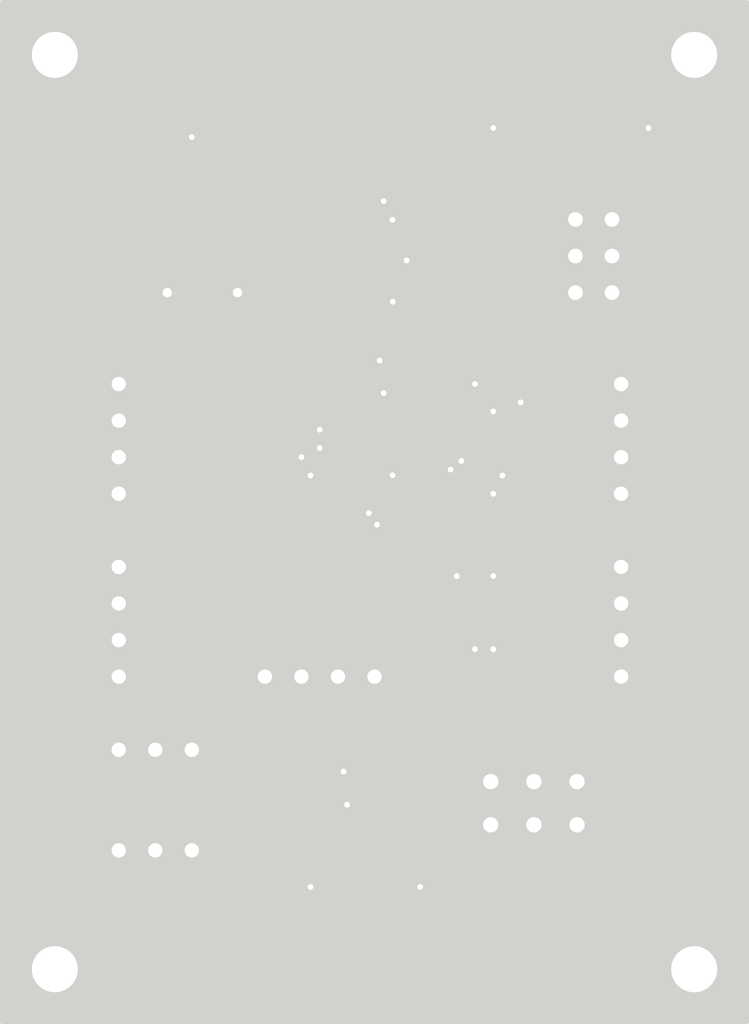
<source format=kicad_pcb>
(kicad_pcb (version 20171130) (host pcbnew "(5.1.5)-3")
  (layers (0 F.Cu signal hide) (1 VCC power hide) (2 GND power hide) (31 B.Cu signal) (34 B.Paste user) (35 F.Paste user) (36 B.SilkS user) (37 F.SilkS user) (38 B.Mask user) (39 F.Mask user) (44 Edge.Cuts user))
  (net 0 "")
  (net 1 GND)
  (net 2 RESET)
  (net 3 VCC)
  (net 4 PC15)
  (net 5 PC14)
  (net 6 OSCIN)
  (net 7 OSCOUT)
  (net 8 5V)
  (net 9 CANH)
  (net 10 CANL)
  (net 11 CAN_RX)
  (net 12 CAN_TX)
  (net 13 PB8)
  (net 14 BOOT0)
  (net 15 PB7)
  (net 16 PB6)
  (net 17 PB5)
  (net 18 PB4)
  (net 19 PB3)
  (net 20 PD2)
  (net 21 PC12)
  (net 22 PC11)
  (net 23 PC10)
  (net 24 PA15)
  (net 25 PA14)
  (net 26 PA13)
  (net 27 PA10)
  (net 28 PA9)
  (net 29 PA8)
  (net 30 PC9)
  (net 31 PC8)
  (net 32 PC7)
  (net 33 PC6)
  (net 34 PB15)
  (net 35 PB14)
  (net 36 PB13)
  (net 37 PB12)
  (net 38 PB11)
  (net 39 PB10)
  (net 40 BOOT1)
  (net 41 PB1)
  (net 42 PB0)
  (net 43 PC5)
  (net 44 PC4)
  (net 45 PA7)
  (net 46 PA6)
  (net 47 PA5)
  (net 48 PA4)
  (net 49 PA3)
  (net 50 PA2)
  (net 51 PA1)
  (net 52 PA0)
  (net 53 PC3)
  (net 54 PC2)
  (net 55 PC1)
  (net 56 PC0)
  (net 57 PC13)
  (net 58 "Net-(J1-Pad4)")
  (net 59 "Net-(J1-Pad3)")
  (net 60 ESTOP_SIGNAL)
  (net 61 12v)
  (net 62 "Net-(Y1-Pad3)")
  (net 63 "Net-(Y1-Pad2)")
  (net 64 "Net-(IC1-Pad8)")
  (net 65 "Net-(IC1-Pad5)")
  (net 66 "Net-(LED1-Pad1)")
  (net 67 "Net-(LED2-Pad1)")
  (module MountingHole:MountingHole_3.2mm_M3 (layer F.Cu) (at 116.205 123.825)
    (fp_text reference REF** hide)
    (fp_text value MountingHole_3.2mm_M3)
    (pad 1 np_thru_hole circle (at 0 0) (size 3.2 3.2) (drill 3.2) (layers *.Cu *.Mask))
  )
  (module MountingHole:MountingHole_3.2mm_M3 (layer F.Cu) (at 71.755 123.825)
    (fp_text reference REF** hide)
    (fp_text value MountingHole_3.2mm_M3)
    (pad 1 np_thru_hole circle (at 0 0) (size 3.2 3.2) (drill 3.2) (layers *.Cu *.Mask))
  )
  (module MountingHole:MountingHole_3.2mm_M3 (layer F.Cu) (at 71.755 60.325)
    (fp_text reference REF** hide)
    (fp_text value MountingHole_3.2mm_M3)
    (pad 1 np_thru_hole circle (at 0 0) (size 3.2 3.2) (drill 3.2) (layers *.Cu *.Mask))
  )
  (module MountingHole:MountingHole_3.2mm_M3 (layer F.Cu) (at 116.205 60.325)
    (fp_text reference REF** hide)
    (fp_text value MountingHole_3.2mm_M3)
    (pad 1 np_thru_hole circle (at 0 0) (size 3.2 3.2) (drill 3.2) (layers *.Cu *.Mask))
  )
  (module STM32:LFXTAL057135Bulk (layer F.Cu) (at 84.455 76.835 180)
    (fp_text reference Y2 (at 1.883 0) (layer F.SilkS) (effects (font (size 1.27 1.27) (thickness 0.254))))
    (fp_text value 8Mhz hide)
    (pad 2 thru_hole circle (at 4.88 0 180) (size 1.192 1.192) (drill 0.65) (layers *.Cu *.Mask) (net 7 OSCOUT))
    (pad 1 thru_hole circle (at 0 0 180) (size 1.192 1.192) (drill 0.65) (layers *.Cu *.Mask) (net 6 OSCIN))
  )
  (module STM32:ABS2532000KHZT (layer F.Cu) (at 95.885 74.625)
    (fp_text reference Y1 (at 0 0.125) (layer F.SilkS) (effects (font (size 1.27 1.27) (thickness 0.254))))
    (fp_text value 32.768KHZ hide)
    (pad 4 smd rect (at -2.75 -1.6) (size 1.3 1.9) (layers F.Cu F.Paste F.Mask) (net 4 PC15))
    (pad 3 smd rect (at 2.75 -1.6) (size 1.3 1.9) (layers F.Cu F.Paste F.Mask) (net 62 "Net-(Y1-Pad3)"))
    (pad 2 smd rect (at 2.75 1.6) (size 1.3 1.9) (layers F.Cu F.Paste F.Mask) (net 63 "Net-(Y1-Pad2)"))
    (pad 1 smd rect (at -2.75 1.6) (size 1.3 1.9) (layers F.Cu F.Paste F.Mask) (net 5 PC14))
  )
  (module STM32:LL3301NF065QG (layer F.Cu) (at 81.385 68.29 180)
    (fp_text reference Reset1 (at -0.3 0) (layer F.SilkS) (effects (font (size 1.27 1.27) (thickness 0.254))))
    (fp_text value Reset hide)
    (pad 4 smd rect (at 4.55 2.25 270) (size 1.4 2.1) (layers F.Cu F.Paste F.Mask) (net 1 GND))
    (pad 3 smd rect (at -4.55 2.25 270) (size 1.4 2.1) (layers F.Cu F.Paste F.Mask) (net 1 GND))
    (pad 2 smd rect (at 4.55 -2.25 270) (size 1.4 2.1) (layers F.Cu F.Paste F.Mask) (net 2 RESET))
    (pad 1 smd rect (at -4.55 -2.25 270) (size 1.4 2.1) (layers F.Cu F.Paste F.Mask) (net 2 RESET))
  )
  (module STM32:RESC3216X60N (layer B.Cu) (at 81.915 73.66 180)
    (fp_text reference R10 (at 0 -1.905) (layer B.SilkS) (effects (font (size 1.27 1.27) (thickness 0.254)) (justify mirror)))
    (fp_text value 1M hide)
    (pad 2 smd rect (at 1.5 0 180) (size 1.05 1.8) (layers B.Cu B.Paste B.Mask) (net 7 OSCOUT))
    (pad 1 smd rect (at -1.5 0 180) (size 1.05 1.8) (layers B.Cu B.Paste B.Mask) (net 6 OSCIN))
  )
  (module STM32:RESC1608X55N (layer F.Cu) (at 106.515 85.725)
    (fp_text reference R9 (at 0 -1.905) (layer F.SilkS) (effects (font (size 1.27 1.27) (thickness 0.254))))
    (fp_text value 10k hide)
    (pad 2 smd rect (at 0.8 0) (size 0.9 0.95) (layers F.Cu F.Paste F.Mask) (net 1 GND))
    (pad 1 smd rect (at -0.8 0) (size 0.9 0.95) (layers F.Cu F.Paste F.Mask) (net 26 PA13))
  )
  (module STM32:RESC1608X55N (layer B.Cu) (at 104.14 78.74 90)
    (fp_text reference R8 (at 0 1.27 90) (layer B.SilkS) (effects (font (size 1.27 1.27) (thickness 0.254)) (justify mirror)))
    (fp_text value 10k hide)
    (pad 2 smd rect (at 0.8 0 90) (size 0.9 0.95) (layers B.Cu B.Paste B.Mask) (net 25 PA14))
    (pad 1 smd rect (at -0.8 0 90) (size 0.9 0.95) (layers B.Cu B.Paste B.Mask) (net 3 VCC))
  )
  (module STM32:RESC3216X60N (layer F.Cu) (at 97.79 64.365 90)
    (fp_text reference R7 (at 0.23 1.905 90) (layer F.SilkS) (effects (font (size 1.27 1.27) (thickness 0.254))))
    (fp_text value 510 hide)
    (pad 2 smd rect (at 1.5 0 90) (size 1.05 1.8) (layers F.Cu F.Paste F.Mask) (net 57 PC13))
    (pad 1 smd rect (at -1.5 0 90) (size 1.05 1.8) (layers F.Cu F.Paste F.Mask) (net 67 "Net-(LED2-Pad1)"))
  )
  (module STM32:RESC1608X55N (layer B.Cu) (at 101.6 78.575 270)
    (fp_text reference R6 (at 0.165 1.27 90) (layer B.SilkS) (effects (font (size 1.27 1.27) (thickness 0.254)) (justify mirror)))
    (fp_text value 100k hide)
    (pad 2 smd rect (at 0.8 0 270) (size 0.9 0.95) (layers B.Cu B.Paste B.Mask) (net 14 BOOT0))
    (pad 1 smd rect (at -0.8 0 270) (size 0.9 0.95) (layers B.Cu B.Paste B.Mask) (net 59 "Net-(J1-Pad3)"))
  )
  (module STM32:RESC1608X55N (layer F.Cu) (at 105.41 102.4 90)
    (fp_text reference R5 (at 0 1.905 90) (layer F.SilkS) (effects (font (size 1.27 1.27) (thickness 0.254))))
    (fp_text value 10k hide)
    (pad 2 smd rect (at 0.8 0 90) (size 0.9 0.95) (layers F.Cu F.Paste F.Mask) (net 1 GND))
    (pad 1 smd rect (at -0.8 0 90) (size 0.9 0.95) (layers F.Cu F.Paste F.Mask) (net 64 "Net-(IC1-Pad8)"))
  )
  (module STM32:RESC3216X60N (layer F.Cu) (at 93.98 64.54 90)
    (fp_text reference R4 (at 0.405 -1.905 90) (layer F.SilkS) (effects (font (size 1.27 1.27) (thickness 0.254))))
    (fp_text value 510 hide)
    (pad 2 smd rect (at 1.5 0 90) (size 1.05 1.8) (layers F.Cu F.Paste F.Mask) (net 1 GND))
    (pad 1 smd rect (at -1.5 0 90) (size 1.05 1.8) (layers F.Cu F.Paste F.Mask) (net 66 "Net-(LED1-Pad1)"))
  )
  (module STM32:RESC3216X60N (layer B.Cu) (at 104.14 116.84 180)
    (fp_text reference R3 (at 0 -1.905) (layer B.SilkS) (effects (font (size 1.27 1.27) (thickness 0.254)) (justify mirror)))
    (fp_text value 120 hide)
    (pad 2 smd rect (at 1.5 0 180) (size 1.05 1.8) (layers B.Cu B.Paste B.Mask) (net 10 CANL))
    (pad 1 smd rect (at -1.5 0 180) (size 1.05 1.8) (layers B.Cu B.Paste B.Mask) (net 9 CANH))
  )
  (module STM32:RESC1608X55N (layer F.Cu) (at 90.64 66.675 180)
    (fp_text reference R2 (at 1.105 1.27) (layer F.SilkS) (effects (font (size 1.27 1.27) (thickness 0.254))))
    (fp_text value 10k hide)
    (pad 2 smd rect (at 0.8 0 180) (size 0.9 0.95) (layers F.Cu F.Paste F.Mask) (net 2 RESET))
    (pad 1 smd rect (at -0.8 0 180) (size 0.9 0.95) (layers F.Cu F.Paste F.Mask) (net 3 VCC))
  )
  (module STM32:RESC1608X55N (layer B.Cu) (at 104.14 74.13 90)
    (fp_text reference R1 (at 0 -1.27 90) (layer B.SilkS) (effects (font (size 1.27 1.27) (thickness 0.254)) (justify mirror)))
    (fp_text value 100k hide)
    (pad 2 smd rect (at 0.8 0 90) (size 0.9 0.95) (layers B.Cu B.Paste B.Mask) (net 58 "Net-(J1-Pad4)"))
    (pad 1 smd rect (at -0.8 0 90) (size 0.9 0.95) (layers B.Cu B.Paste B.Mask) (net 40 BOOT1))
  )
  (module STM32:LEDC2012X80N (layer F.Cu) (at 98.745 69.215 180)
    (fp_text reference LED2 (at 0 -1.905) (layer F.SilkS) (effects (font (size 1.27 1.27) (thickness 0.254))))
    (fp_text value LG_R971-KN-1 hide)
    (pad 2 smd rect (at 0.95 0 180) (size 0.9 1.4) (layers F.Cu F.Paste F.Mask) (net 3 VCC))
    (pad 1 smd rect (at -0.95 0 180) (size 0.9 1.4) (layers F.Cu F.Paste F.Mask) (net 67 "Net-(LED2-Pad1)"))
  )
  (module STM32:LEDC2012X90N (layer F.Cu) (at 92.71 69.215 180)
    (fp_text reference LED1 (at 0 -1.905) (layer F.SilkS) (effects (font (size 1.27 1.27) (thickness 0.254))))
    (fp_text value "Power Indicator LED" hide)
    (pad 2 smd rect (at 0.95 0 180) (size 0.9 1.4) (layers F.Cu F.Paste F.Mask) (net 3 VCC))
    (pad 1 smd rect (at -0.95 0 180) (size 0.9 1.4) (layers F.Cu F.Paste F.Mask) (net 66 "Net-(LED1-Pad1)"))
  )
  (module STM32:430450612 (layer F.Cu) (at 108.06 113.795)
    (fp_text reference J5 (at -3.167 -1.215) (layer F.SilkS) (effects (font (size 1.27 1.27) (thickness 0.254))))
    (fp_text value "CAN Molex" hide)
    (pad MH2 np_thru_hole circle (at -9 -3.94) (size 1.07 0) (drill 1.07) (layers *.Cu *.Mask))
    (pad MH1 np_thru_hole circle (at 3 -3.94) (size 1.07 0) (drill 1.07) (layers *.Cu *.Mask))
    (pad 6 thru_hole circle (at -6 -3) (size 1.62 1.62) (drill 1.07) (layers *.Cu *.Mask) (net 1 GND))
    (pad 5 thru_hole circle (at -3 -3) (size 1.62 1.62) (drill 1.07) (layers *.Cu *.Mask) (net 10 CANL))
    (pad 4 thru_hole circle (at 0 -3) (size 1.62 1.62) (drill 1.07) (layers *.Cu *.Mask) (net 60 ESTOP_SIGNAL))
    (pad 3 thru_hole circle (at -6 0) (size 1.62 1.62) (drill 1.07) (layers *.Cu *.Mask) (net 8 5V))
    (pad 2 thru_hole circle (at -3 0) (size 1.62 1.62) (drill 1.07) (layers *.Cu *.Mask) (net 9 CANH))
    (pad 1 thru_hole circle (at 0 0) (size 1.62 1.62) (drill 1.07) (layers *.Cu *.Mask) (net 61 12v))
  )
  (module STM32:TSW-103-XX-YY-D (layer F.Cu) (at 110.49 76.835 90)
    (fp_text reference J1 (at 0 2.54 90) (layer F.SilkS) (effects (font (size 1.27 1.27) (thickness 0.254))))
    (fp_text value "Boot Pins" hide)
    (pad 6 thru_hole circle (at 5.08 -2.54 90) (size 1.55 1.55) (drill 1.02) (layers *.Cu *.Mask) (net 1 GND))
    (pad 5 thru_hole circle (at 5.08 0 90) (size 1.55 1.55) (drill 1.02) (layers *.Cu *.Mask) (net 1 GND))
    (pad 4 thru_hole circle (at 2.54 -2.54 90) (size 1.55 1.55) (drill 1.02) (layers *.Cu *.Mask) (net 58 "Net-(J1-Pad4)"))
    (pad 3 thru_hole circle (at 2.54 0 90) (size 1.55 1.55) (drill 1.02) (layers *.Cu *.Mask) (net 59 "Net-(J1-Pad3)"))
    (pad 2 thru_hole circle (at 0 -2.54 90) (size 1.55 1.55) (drill 1.02) (layers *.Cu *.Mask) (net 3 VCC))
    (pad 1 thru_hole circle (at 0 0 90) (size 1.55 1.55) (drill 1.02) (layers *.Cu *.Mask) (net 3 VCC))
  )
  (module STM32:SOT230P700X180-4N (layer F.Cu) (at 92.075 112.395)
    (fp_text reference IC3 (at 0 0) (layer F.SilkS) (effects (font (size 1.27 1.27) (thickness 0.254))))
    (fp_text value REG1117-3.3 hide)
    (pad 4 smd rect (at 3.15 0) (size 1.75 3.2) (layers F.Cu F.Paste F.Mask) (net 3 VCC))
    (pad 3 smd rect (at -3.15 2.3 90) (size 0.95 1.75) (layers F.Cu F.Paste F.Mask) (net 8 5V))
    (pad 2 smd rect (at -3.15 0 90) (size 0.95 1.75) (layers F.Cu F.Paste F.Mask) (net 3 VCC))
    (pad 1 smd rect (at -3.15 -2.3 90) (size 0.95 1.75) (layers F.Cu F.Paste F.Mask) (net 1 GND))
  )
  (module STM32:QFP50P1200X1200X160-64N (layer F.Cu) (at 93.98 88.265 315)
    (fp_text reference IC2 (at 0 0 135) (layer F.SilkS) (effects (font (size 1.27 1.27) (thickness 0.254))))
    (fp_text value STM32F103RCT6 hide)
    (pad 64 smd rect (at -3.75 -5.738 315) (size 0.3 1.475) (layers F.Cu F.Paste F.Mask) (net 3 VCC))
    (pad 63 smd rect (at -3.25 -5.738 315) (size 0.3 1.475) (layers F.Cu F.Paste F.Mask) (net 1 GND))
    (pad 62 smd rect (at -2.75 -5.738 315) (size 0.3 1.475) (layers F.Cu F.Paste F.Mask) (net 60 ESTOP_SIGNAL))
    (pad 61 smd rect (at -2.25 -5.738 315) (size 0.3 1.475) (layers F.Cu F.Paste F.Mask) (net 13 PB8))
    (pad 60 smd rect (at -1.75 -5.738 315) (size 0.3 1.475) (layers F.Cu F.Paste F.Mask) (net 14 BOOT0))
    (pad 59 smd rect (at -1.25 -5.738 315) (size 0.3 1.475) (layers F.Cu F.Paste F.Mask) (net 15 PB7))
    (pad 58 smd rect (at -0.75 -5.738 315) (size 0.3 1.475) (layers F.Cu F.Paste F.Mask) (net 16 PB6))
    (pad 57 smd rect (at -0.25 -5.738 315) (size 0.3 1.475) (layers F.Cu F.Paste F.Mask) (net 17 PB5))
    (pad 56 smd rect (at 0.25 -5.738 315) (size 0.3 1.475) (layers F.Cu F.Paste F.Mask) (net 18 PB4))
    (pad 55 smd rect (at 0.75 -5.738 315) (size 0.3 1.475) (layers F.Cu F.Paste F.Mask) (net 19 PB3))
    (pad 54 smd rect (at 1.25 -5.738 315) (size 0.3 1.475) (layers F.Cu F.Paste F.Mask) (net 20 PD2))
    (pad 53 smd rect (at 1.75 -5.738 315) (size 0.3 1.475) (layers F.Cu F.Paste F.Mask) (net 21 PC12))
    (pad 52 smd rect (at 2.25 -5.738 315) (size 0.3 1.475) (layers F.Cu F.Paste F.Mask) (net 22 PC11))
    (pad 51 smd rect (at 2.75 -5.738 315) (size 0.3 1.475) (layers F.Cu F.Paste F.Mask) (net 23 PC10))
    (pad 50 smd rect (at 3.25 -5.738 315) (size 0.3 1.475) (layers F.Cu F.Paste F.Mask) (net 24 PA15))
    (pad 49 smd rect (at 3.75 -5.738 315) (size 0.3 1.475) (layers F.Cu F.Paste F.Mask) (net 25 PA14))
    (pad 48 smd rect (at 5.738 -3.75 45) (size 0.3 1.475) (layers F.Cu F.Paste F.Mask) (net 3 VCC))
    (pad 47 smd rect (at 5.738 -3.25 45) (size 0.3 1.475) (layers F.Cu F.Paste F.Mask) (net 1 GND))
    (pad 46 smd rect (at 5.738 -2.75 45) (size 0.3 1.475) (layers F.Cu F.Paste F.Mask) (net 26 PA13))
    (pad 45 smd rect (at 5.738 -2.25 45) (size 0.3 1.475) (layers F.Cu F.Paste F.Mask) (net 12 CAN_TX))
    (pad 44 smd rect (at 5.738 -1.75 45) (size 0.3 1.475) (layers F.Cu F.Paste F.Mask) (net 11 CAN_RX))
    (pad 43 smd rect (at 5.738 -1.25 45) (size 0.3 1.475) (layers F.Cu F.Paste F.Mask) (net 27 PA10))
    (pad 42 smd rect (at 5.738 -0.75 45) (size 0.3 1.475) (layers F.Cu F.Paste F.Mask) (net 28 PA9))
    (pad 41 smd rect (at 5.738 -0.25 45) (size 0.3 1.475) (layers F.Cu F.Paste F.Mask) (net 29 PA8))
    (pad 40 smd rect (at 5.738 0.25 45) (size 0.3 1.475) (layers F.Cu F.Paste F.Mask) (net 30 PC9))
    (pad 39 smd rect (at 5.738 0.75 45) (size 0.3 1.475) (layers F.Cu F.Paste F.Mask) (net 31 PC8))
    (pad 38 smd rect (at 5.738 1.25 45) (size 0.3 1.475) (layers F.Cu F.Paste F.Mask) (net 32 PC7))
    (pad 37 smd rect (at 5.738 1.75 45) (size 0.3 1.475) (layers F.Cu F.Paste F.Mask) (net 33 PC6))
    (pad 36 smd rect (at 5.738 2.25 45) (size 0.3 1.475) (layers F.Cu F.Paste F.Mask) (net 34 PB15))
    (pad 35 smd rect (at 5.738 2.75 45) (size 0.3 1.475) (layers F.Cu F.Paste F.Mask) (net 35 PB14))
    (pad 34 smd rect (at 5.738 3.25 45) (size 0.3 1.475) (layers F.Cu F.Paste F.Mask) (net 36 PB13))
    (pad 33 smd rect (at 5.738 3.75 45) (size 0.3 1.475) (layers F.Cu F.Paste F.Mask) (net 37 PB12))
    (pad 32 smd rect (at 3.75 5.738 315) (size 0.3 1.475) (layers F.Cu F.Paste F.Mask) (net 3 VCC))
    (pad 31 smd rect (at 3.25 5.738 315) (size 0.3 1.475) (layers F.Cu F.Paste F.Mask) (net 1 GND))
    (pad 30 smd rect (at 2.75 5.738 315) (size 0.3 1.475) (layers F.Cu F.Paste F.Mask) (net 38 PB11))
    (pad 29 smd rect (at 2.25 5.738 315) (size 0.3 1.475) (layers F.Cu F.Paste F.Mask) (net 39 PB10))
    (pad 28 smd rect (at 1.75 5.738 315) (size 0.3 1.475) (layers F.Cu F.Paste F.Mask) (net 40 BOOT1))
    (pad 27 smd rect (at 1.25 5.738 315) (size 0.3 1.475) (layers F.Cu F.Paste F.Mask) (net 41 PB1))
    (pad 26 smd rect (at 0.75 5.738 315) (size 0.3 1.475) (layers F.Cu F.Paste F.Mask) (net 42 PB0))
    (pad 25 smd rect (at 0.25 5.738 315) (size 0.3 1.475) (layers F.Cu F.Paste F.Mask) (net 43 PC5))
    (pad 24 smd rect (at -0.25 5.738 315) (size 0.3 1.475) (layers F.Cu F.Paste F.Mask) (net 44 PC4))
    (pad 23 smd rect (at -0.75 5.738 315) (size 0.3 1.475) (layers F.Cu F.Paste F.Mask) (net 45 PA7))
    (pad 22 smd rect (at -1.25 5.738 315) (size 0.3 1.475) (layers F.Cu F.Paste F.Mask) (net 46 PA6))
    (pad 21 smd rect (at -1.75 5.738 315) (size 0.3 1.475) (layers F.Cu F.Paste F.Mask) (net 47 PA5))
    (pad 20 smd rect (at -2.25 5.738 315) (size 0.3 1.475) (layers F.Cu F.Paste F.Mask) (net 48 PA4))
    (pad 19 smd rect (at -2.75 5.738 315) (size 0.3 1.475) (layers F.Cu F.Paste F.Mask) (net 3 VCC))
    (pad 18 smd rect (at -3.25 5.738 315) (size 0.3 1.475) (layers F.Cu F.Paste F.Mask) (net 1 GND))
    (pad 17 smd rect (at -3.75 5.738 315) (size 0.3 1.475) (layers F.Cu F.Paste F.Mask) (net 49 PA3))
    (pad 16 smd rect (at -5.738 3.75 45) (size 0.3 1.475) (layers F.Cu F.Paste F.Mask) (net 50 PA2))
    (pad 15 smd rect (at -5.738 3.25 45) (size 0.3 1.475) (layers F.Cu F.Paste F.Mask) (net 51 PA1))
    (pad 14 smd rect (at -5.738 2.75 45) (size 0.3 1.475) (layers F.Cu F.Paste F.Mask) (net 52 PA0))
    (pad 13 smd rect (at -5.738 2.25 45) (size 0.3 1.475) (layers F.Cu F.Paste F.Mask) (net 3 VCC))
    (pad 12 smd rect (at -5.738 1.75 45) (size 0.3 1.475) (layers F.Cu F.Paste F.Mask) (net 1 GND))
    (pad 11 smd rect (at -5.738 1.25 45) (size 0.3 1.475) (layers F.Cu F.Paste F.Mask) (net 53 PC3))
    (pad 10 smd rect (at -5.738 0.75 45) (size 0.3 1.475) (layers F.Cu F.Paste F.Mask) (net 54 PC2))
    (pad 9 smd rect (at -5.738 0.25 45) (size 0.3 1.475) (layers F.Cu F.Paste F.Mask) (net 55 PC1))
    (pad 8 smd rect (at -5.738 -0.25 45) (size 0.3 1.475) (layers F.Cu F.Paste F.Mask) (net 56 PC0))
    (pad 7 smd rect (at -5.738 -0.75 45) (size 0.3 1.475) (layers F.Cu F.Paste F.Mask) (net 2 RESET))
    (pad 6 smd rect (at -5.738 -1.25 45) (size 0.3 1.475) (layers F.Cu F.Paste F.Mask) (net 7 OSCOUT))
    (pad 5 smd rect (at -5.738 -1.75 45) (size 0.3 1.475) (layers F.Cu F.Paste F.Mask) (net 6 OSCIN))
    (pad 4 smd rect (at -5.738 -2.25 45) (size 0.3 1.475) (layers F.Cu F.Paste F.Mask) (net 4 PC15))
    (pad 3 smd rect (at -5.738 -2.75 45) (size 0.3 1.475) (layers F.Cu F.Paste F.Mask) (net 5 PC14))
    (pad 2 smd rect (at -5.738 -3.25 45) (size 0.3 1.475) (layers F.Cu F.Paste F.Mask) (net 57 PC13))
    (pad 1 smd rect (at -5.738 -3.75 45) (size 0.3 1.475) (layers F.Cu F.Paste F.Mask) (net 3 VCC))
  )
  (module STM32:SOIC127P600X175-8N (layer F.Cu) (at 101.6 102.235 270)
    (fp_text reference IC1 (at 0 0 90) (layer F.SilkS) (effects (font (size 1.27 1.27) (thickness 0.254))))
    (fp_text value SN65HVD230QDR hide)
    (pad 8 smd rect (at 2.711 -1.905) (size 0.65 1.528) (layers F.Cu F.Paste F.Mask) (net 64 "Net-(IC1-Pad8)"))
    (pad 7 smd rect (at 2.711 -0.635) (size 0.65 1.528) (layers F.Cu F.Paste F.Mask) (net 9 CANH))
    (pad 6 smd rect (at 2.711 0.635) (size 0.65 1.528) (layers F.Cu F.Paste F.Mask) (net 10 CANL))
    (pad 5 smd rect (at 2.711 1.905) (size 0.65 1.528) (layers F.Cu F.Paste F.Mask) (net 65 "Net-(IC1-Pad5)"))
    (pad 4 smd rect (at -2.711 1.905) (size 0.65 1.528) (layers F.Cu F.Paste F.Mask) (net 11 CAN_RX))
    (pad 3 smd rect (at -2.711 0.635) (size 0.65 1.528) (layers F.Cu F.Paste F.Mask) (net 3 VCC))
    (pad 2 smd rect (at -2.711 -0.635) (size 0.65 1.528) (layers F.Cu F.Paste F.Mask) (net 1 GND))
    (pad 1 smd rect (at -2.711 -1.905) (size 0.65 1.528) (layers F.Cu F.Paste F.Mask) (net 12 CAN_TX))
  )
  (module STM32:CAPC1608X100N (layer B.Cu) (at 97.79 111.76 270)
    (fp_text reference C13 (at 0 -1.905 90) (layer B.SilkS) (effects (font (size 1.27 1.27) (thickness 0.254)) (justify mirror)))
    (fp_text value 100nf hide)
    (pad 2 smd rect (at 0.71 0 270) (size 0.9 1.02) (layers B.Cu B.Paste B.Mask) (net 8 5V))
    (pad 1 smd rect (at -0.71 0 270) (size 0.9 1.02) (layers B.Cu B.Paste B.Mask) (net 1 GND))
  )
  (module STM32:CAPC3216X180N (layer B.Cu) (at 95.25 111.015 90)
    (fp_text reference C12 (at 0 -1.905 90) (layer B.SilkS) (effects (font (size 1.27 1.27) (thickness 0.254)) (justify mirror)))
    (fp_text value 100uF hide)
    (pad 2 smd rect (at 1.38 0 90) (size 1.07 1.82) (layers B.Cu B.Paste B.Mask) (net 1 GND))
    (pad 1 smd rect (at -1.38 0 90) (size 1.07 1.82) (layers B.Cu B.Paste B.Mask) (net 8 5V))
  )
  (module STM32:CAPC0603X33N (layer B.Cu) (at 78.74 70.155 90)
    (fp_text reference C11 (at 0 1.27 90) (layer B.SilkS) (effects (font (size 1.27 1.27) (thickness 0.254)) (justify mirror)))
    (fp_text value 20pf hide)
    (pad 2 smd rect (at 0.33 0) (size 0.42 0.46) (layers B.Cu B.Paste B.Mask) (net 1 GND))
    (pad 1 smd rect (at -0.33 0) (size 0.42 0.46) (layers B.Cu B.Paste B.Mask) (net 7 OSCOUT))
  )
  (module STM32:CAPC3225X270N (layer F.Cu) (at 93.285 118.11 180)
    (fp_text reference C10 (at 0 -2.54) (layer F.SilkS) (effects (font (size 1.27 1.27) (thickness 0.254))))
    (fp_text value 330uF hide)
    (pad 2 smd rect (at 1.33 0 180) (size 1.26 2.72) (layers F.Cu F.Paste F.Mask) (net 3 VCC))
    (pad 1 smd rect (at -1.33 0 180) (size 1.26 2.72) (layers F.Cu F.Paste F.Mask) (net 1 GND))
  )
  (module STM32:CAPC1608X100N (layer F.Cu) (at 111.19 67.7 270)
    (fp_text reference C9 (at -2.295 0 90) (layer F.SilkS) (effects (font (size 1.27 1.27) (thickness 0.254))))
    (fp_text value 100nf hide)
    (pad 2 smd rect (at 0.71 0 270) (size 0.9 1.02) (layers F.Cu F.Paste F.Mask) (net 1 GND))
    (pad 1 smd rect (at -0.71 0 270) (size 0.9 1.02) (layers F.Cu F.Paste F.Mask) (net 3 VCC))
  )
  (module STM32:CAPC0603X33N (layer B.Cu) (at 83.82 70.155 270)
    (fp_text reference C8 (at 0 1.27 90) (layer B.SilkS) (effects (font (size 1.27 1.27) (thickness 0.254)) (justify mirror)))
    (fp_text value 20pf hide)
    (pad 2 smd rect (at 0.33 0 180) (size 0.42 0.46) (layers B.Cu B.Paste B.Mask) (net 6 OSCIN))
    (pad 1 smd rect (at -0.33 0 180) (size 0.42 0.46) (layers B.Cu B.Paste B.Mask) (net 1 GND))
  )
  (module STM32:CAPC0603X33N (layer B.Cu) (at 95.885 76.2)
    (fp_text reference C7 (at 0 1.27) (layer B.SilkS) (effects (font (size 1.27 1.27) (thickness 0.254)) (justify mirror)))
    (fp_text value 8PF hide)
    (pad 2 smd rect (at 0.33 0 270) (size 0.42 0.46) (layers B.Cu B.Paste B.Mask) (net 1 GND))
    (pad 1 smd rect (at -0.33 0 270) (size 0.42 0.46) (layers B.Cu B.Paste B.Mask) (net 5 PC14))
  )
  (module STM32:CAPC0603X33N (layer B.Cu) (at 95.555 73.025 180)
    (fp_text reference C6 (at 0 1.27) (layer B.SilkS) (effects (font (size 1.27 1.27) (thickness 0.254)) (justify mirror)))
    (fp_text value 8PF hide)
    (pad 2 smd rect (at 0.33 0 90) (size 0.42 0.46) (layers B.Cu B.Paste B.Mask) (net 4 PC15))
    (pad 1 smd rect (at -0.33 0 90) (size 0.42 0.46) (layers B.Cu B.Paste B.Mask) (net 1 GND))
  )
  (module STM32:CAPC1608X100N (layer F.Cu) (at 103.675 67.985 270)
    (fp_text reference C5 (at -2.58 0 90) (layer F.SilkS) (effects (font (size 1.27 1.27) (thickness 0.254))))
    (fp_text value 100nf hide)
    (pad 2 smd rect (at 0.71 0 270) (size 0.9 1.02) (layers F.Cu F.Paste F.Mask) (net 1 GND))
    (pad 1 smd rect (at -0.71 0 270) (size 0.9 1.02) (layers F.Cu F.Paste F.Mask) (net 3 VCC))
  )
  (module STM32:CAPC1608X100N (layer F.Cu) (at 108.585 67.945 270)
    (fp_text reference C4 (at -2.54 0 90) (layer F.SilkS) (effects (font (size 1.27 1.27) (thickness 0.254))))
    (fp_text value 100nf hide)
    (pad 2 smd rect (at 0.71 0 270) (size 0.9 1.02) (layers F.Cu F.Paste F.Mask) (net 1 GND))
    (pad 1 smd rect (at -0.71 0 270) (size 0.9 1.02) (layers F.Cu F.Paste F.Mask) (net 3 VCC))
  )
  (module STM32:CAPC1608X100N (layer F.Cu) (at 106.045 67.985 270)
    (fp_text reference C3 (at -2.58 0 90) (layer F.SilkS) (effects (font (size 1.27 1.27) (thickness 0.254))))
    (fp_text value 100nf hide)
    (pad 2 smd rect (at 0.71 0 270) (size 0.9 1.02) (layers F.Cu F.Paste F.Mask) (net 1 GND))
    (pad 1 smd rect (at -0.71 0 270) (size 0.9 1.02) (layers F.Cu F.Paste F.Mask) (net 3 VCC))
  )
  (module STM32:CAPC1608X100N (layer F.Cu) (at 113.56 67.7 270)
    (fp_text reference C2 (at -2.295 0 90) (layer F.SilkS) (effects (font (size 1.27 1.27) (thickness 0.254))))
    (fp_text value 100nf hide)
    (pad 2 smd rect (at 0.71 0 270) (size 0.9 1.02) (layers F.Cu F.Paste F.Mask) (net 1 GND))
    (pad 1 smd rect (at -0.71 0 270) (size 0.9 1.02) (layers F.Cu F.Paste F.Mask) (net 3 VCC))
  )
  (module STM32:CAPC0603X33N (layer F.Cu) (at 73.66 68.25 90)
    (fp_text reference C1 (at 0 -1.905 90) (layer F.SilkS) (effects (font (size 1.27 1.27) (thickness 0.254))))
    (fp_text value 1uF hide)
    (pad 2 smd rect (at 0.33 0 180) (size 0.42 0.46) (layers F.Cu F.Paste F.Mask) (net 1 GND))
    (pad 1 smd rect (at -0.33 0 180) (size 0.42 0.46) (layers F.Cu F.Paste F.Mask) (net 2 RESET))
  )
  (module Connector_PinHeader_2.54mm:PinHeader_1x04_P2.54mm_Vertical (layer F.Cu) (at 111.125 90.805 180)
    (fp_text reference J4 (at 0 -2.33) (layer F.SilkS))
    (fp_text value "Left Encoder")
    (pad 4 thru_hole oval (at 0 7.62 180) (size 1.7 1.7) (drill 1) (layers *.Cu *.Mask) (net 1 GND))
    (pad 3 thru_hole oval (at 0 5.08 180) (size 1.7 1.7) (drill 1) (layers *.Cu *.Mask) (net 28 PA9))
    (pad 2 thru_hole oval (at 0 2.54 180) (size 1.7 1.7) (drill 1) (layers *.Cu *.Mask) (net 29 PA8))
    (pad 1 thru_hole rect (at 0 0 180) (size 1.7 1.7) (drill 1) (layers *.Cu *.Mask) (net 8 5V))
  )
  (module Connector_PinHeader_2.54mm:PinHeader_1x04_P2.54mm_Vertical (layer F.Cu) (at 86.36 103.505 90)
    (fp_text reference J12 (at 0 -2.33 90) (layer F.SilkS))
    (fp_text value SWD)
    (pad 4 thru_hole oval (at 0 7.62 90) (size 1.7 1.7) (drill 1) (layers *.Cu *.Mask) (net 1 GND))
    (pad 3 thru_hole oval (at 0 5.08 90) (size 1.7 1.7) (drill 1) (layers *.Cu *.Mask) (net 26 PA13))
    (pad 2 thru_hole oval (at 0 2.54 90) (size 1.7 1.7) (drill 1) (layers *.Cu *.Mask) (net 25 PA14))
    (pad 1 thru_hole rect (at 0 0 90) (size 1.7 1.7) (drill 1) (layers *.Cu *.Mask) (net 3 VCC))
  )
  (module Connector_PinHeader_2.54mm:PinHeader_1x03_P2.54mm_Vertical (layer F.Cu) (at 81.28 108.585 270)
    (fp_text reference J10 (at 0 -2.33 90) (layer F.SilkS))
    (fp_text value "Left Motor PWM")
    (pad 3 thru_hole oval (at 0 5.08 270) (size 1.7 1.7) (drill 1) (layers *.Cu *.Mask) (net 1 GND))
    (pad 2 thru_hole oval (at 0 2.54 270) (size 1.7 1.7) (drill 1) (layers *.Cu *.Mask) (net 42 PB0))
    (pad 1 thru_hole rect (at 0 0 270) (size 1.7 1.7) (drill 1) (layers *.Cu *.Mask) (net 42 PB0))
  )
  (module Connector_PinHeader_2.54mm:PinHeader_1x03_P2.54mm_Vertical (layer F.Cu) (at 81.28 115.57 270)
    (fp_text reference J9 (at 0 -2.33 90) (layer F.SilkS))
    (fp_text value "Right Motor PWM")
    (pad 3 thru_hole oval (at 0 5.08 270) (size 1.7 1.7) (drill 1) (layers *.Cu *.Mask) (net 1 GND))
    (pad 2 thru_hole oval (at 0 2.54 270) (size 1.7 1.7) (drill 1) (layers *.Cu *.Mask) (net 41 PB1))
    (pad 1 thru_hole rect (at 0 0 270) (size 1.7 1.7) (drill 1) (layers *.Cu *.Mask) (net 41 PB1))
  )
  (module Connector_PinHeader_2.54mm:PinHeader_1x04_P2.54mm_Vertical (layer F.Cu) (at 76.2 95.885)
    (fp_text reference J7 (at 0 -2.33) (layer F.SilkS))
    (fp_text value "Right Enable")
    (pad 4 thru_hole oval (at 0 7.62) (size 1.7 1.7) (drill 1) (layers *.Cu *.Mask) (net 49 PA3))
    (pad 3 thru_hole oval (at 0 5.08) (size 1.7 1.7) (drill 1) (layers *.Cu *.Mask) (net 49 PA3))
    (pad 2 thru_hole oval (at 0 2.54) (size 1.7 1.7) (drill 1) (layers *.Cu *.Mask) (net 50 PA2))
    (pad 1 thru_hole rect (at 0 0) (size 1.7 1.7) (drill 1) (layers *.Cu *.Mask) (net 50 PA2))
  )
  (module Connector_PinHeader_2.54mm:PinHeader_1x04_P2.54mm_Vertical (layer F.Cu) (at 76.2 83.185)
    (fp_text reference J6 (at 0 -2.33) (layer F.SilkS))
    (fp_text value "Left Enable")
    (pad 4 thru_hole oval (at 0 7.62) (size 1.7 1.7) (drill 1) (layers *.Cu *.Mask) (net 51 PA1))
    (pad 3 thru_hole oval (at 0 5.08) (size 1.7 1.7) (drill 1) (layers *.Cu *.Mask) (net 51 PA1))
    (pad 2 thru_hole oval (at 0 2.54) (size 1.7 1.7) (drill 1) (layers *.Cu *.Mask) (net 52 PA0))
    (pad 1 thru_hole rect (at 0 0) (size 1.7 1.7) (drill 1) (layers *.Cu *.Mask) (net 52 PA0))
  )
  (module Connector_PinHeader_2.54mm:PinHeader_1x04_P2.54mm_Vertical (layer F.Cu) (at 111.125 103.505 180)
    (fp_text reference J3 (at 0 -2.33) (layer F.SilkS))
    (fp_text value "Righ Encoder")
    (pad 4 thru_hole oval (at 0 7.62 180) (size 1.7 1.7) (drill 1) (layers *.Cu *.Mask) (net 1 GND))
    (pad 3 thru_hole oval (at 0 5.08 180) (size 1.7 1.7) (drill 1) (layers *.Cu *.Mask) (net 32 PC7))
    (pad 2 thru_hole oval (at 0 2.54 180) (size 1.7 1.7) (drill 1) (layers *.Cu *.Mask) (net 33 PC6))
    (pad 1 thru_hole rect (at 0 0 180) (size 1.7 1.7) (drill 1) (layers *.Cu *.Mask) (net 8 5V))
  )
  (gr_text "GND\n" (at 93.98 99.695 90) (layer F.SilkS) (effects (font (size 1 1))))
  (gr_text SWDIO (at 91.44 99.06 90) (layer F.SilkS) (effects (font (size 1 1))))
  (gr_text SWCLK (at 88.9 99.06 90) (layer F.SilkS) (effects (font (size 1 1))))
  (gr_text 3.3V (at 86.36 99.695 90) (layer F.SilkS) (effects (font (size 1 1))))
  (gr_text "Sooner Competitive Robotics\n" (at 69.85 75.565 270) (layer F.SilkS) (effects (font (size 1 1))))
  (gr_text 5V (at 114.3 90.805) (layer F.SilkS) (effects (font (size 1 1))))
  (gr_text GND (at 114.3 83.185) (layer F.SilkS) (effects (font (size 1 1))))
  (gr_text "Left Encoder" (at 116.84 86.995 90) (layer F.SilkS) (effects (font (size 1 1))))
  (gr_text "Right Encoder" (at 116.84 99.695 90) (layer F.SilkS) (effects (font (size 1 1))))
  (gr_text 5V (at 114.3 103.505) (layer F.SilkS) (effects (font (size 1 1))))
  (gr_text GND (at 114.3 95.885) (layer F.SilkS) (effects (font (size 1 1))))
  (gr_text "Left Enable" (at 73.025 86.995 270) (layer F.SilkS) (effects (font (size 1 1))))
  (gr_text "Right Enable" (at 73.025 99.695 270) (layer F.SilkS) (effects (font (size 1 1))))
  (gr_text "Right\nMotor\nPWM" (at 71.755 108.585 270) (layer F.SilkS) (effects (font (size 1 1))))
  (gr_text "Left\nMotor\nPWM" (at 71.12 116.205 270) (layer F.SilkS) (effects (font (size 1 1))))
  (gr_text "PWM 2\n" (at 81.28 111.76 270) (layer F.SilkS) (effects (font (size 1 0.635))))
  (gr_text "PWM 1" (at 78.74 111.76 270) (layer F.SilkS) (effects (font (size 1 0.635))))
  (gr_text "GND\n" (at 76.2 111.76 270) (layer F.SilkS) (effects (font (size 1 1))))
  (gr_text "ESTOP\n12V" (at 109.855 120.65) (layer F.SilkS) (effects (font (size 1 1))))
  (gr_text "CANL\nCANH" (at 104.775 120.65) (layer F.SilkS) (effects (font (size 1 1))))
  (gr_text "GND\n5V" (at 100.33 120.65) (layer F.SilkS) (effects (font (size 1 1))))
  (gr_text "Designed by Tyler Julian\n" (at 86.995 59.69) (layer F.SilkS) (effects (font (size 1 1))))
  (segment (start 87.624524 90.024282) (end 88.9 88.748806) (width 0.25) (layer F.Cu) (net 1))
  (segment (start 88.9 88.748806) (end 88.9 88.265) (width 0.25) (layer F.Cu) (net 1))
  (segment (start 88.9 88.265) (end 88.9 88.265) (width 0.25) (layer F.Cu) (net 1))
  (via (at 88.9 88.265) (size 0.8) (drill 0.4) (layers F.Cu B.Cu) (net 1))
  (segment (start 88.685184 85.445058) (end 89.600126 86.36) (width 0.25) (layer F.Cu) (net 1))
  (segment (start 89.600126 86.36) (end 90.17 86.36) (width 0.25) (layer F.Cu) (net 1))
  (segment (start 90.17 86.36) (end 90.17 86.36) (width 0.25) (layer F.Cu) (net 1))
  (via (at 90.17 86.36) (size 0.8) (drill 0.4) (layers F.Cu B.Cu) (net 1))
  (segment (start 95.739282 81.909524) (end 94.615 83.033806) (width 0.25) (layer F.Cu) (net 1))
  (segment (start 94.615 83.033806) (end 94.615 83.82) (width 0.25) (layer F.Cu) (net 1))
  (segment (start 94.615 83.82) (end 94.615 83.82) (width 0.25) (layer F.Cu) (net 1))
  (via (at 94.615 83.82) (size 0.8) (drill 0.4) (layers F.Cu B.Cu) (net 1))
  (segment (start 85.935 66.04) (end 81.28 66.04) (width 0.25) (layer F.Cu) (net 1))
  (segment (start 81.28 66.04) (end 76.835 66.04) (width 0.25) (layer F.Cu) (net 1))
  (via (at 81.28 66.04) (size 0.8) (drill 0.4) (layers F.Cu B.Cu) (net 1))
  (segment (start 102.235 99.524) (end 102.235 101.6) (width 0.25) (layer F.Cu) (net 1))
  (segment (start 102.235 101.6) (end 102.235 101.6) (width 0.25) (layer F.Cu) (net 1))
  (via (at 102.235 101.6) (size 0.8) (drill 0.4) (layers F.Cu B.Cu) (net 1))
  (segment (start 102.235 101.6) (end 102.235 101.6) (width 0.25) (layer F.Cu) (net 1))
  (via (at 102.235 101.6) (size 0.8) (drill 0.4) (layers F.Cu B.Cu) (net 1))
  (segment (start 88.925 110.095) (end 91.835 110.095) (width 0.381) (layer F.Cu) (net 1))
  (segment (start 91.835 110.095) (end 91.835 110.095) (width 0.381) (layer F.Cu) (net 1))
  (via (at 91.835 110.095) (size 0.8) (drill 0.4) (layers F.Cu B.Cu) (net 1))
  (segment (start 83.82 68.58) (end 81.28 66.04) (width 0.25) (layer B.Cu) (net 1))
  (segment (start 83.82 69.825) (end 83.82 68.58) (width 0.25) (layer B.Cu) (net 1))
  (segment (start 78.74 68.58) (end 81.28 66.04) (width 0.25) (layer B.Cu) (net 1))
  (segment (start 78.74 69.825) (end 78.74 68.58) (width 0.25) (layer B.Cu) (net 1))
  (segment (start 105.41 101.6) (end 102.235 101.6) (width 0.25) (layer F.Cu) (net 1))
  (segment (start 85.935 65.09) (end 85.935 66.04) (width 0.25) (layer F.Cu) (net 1))
  (segment (start 87.985 63.04) (end 85.935 65.09) (width 0.25) (layer F.Cu) (net 1))
  (segment (start 93.98 63.04) (end 87.985 63.04) (width 0.25) (layer F.Cu) (net 1))
  (segment (start 108.585 85.725) (end 111.125 83.185) (width 0.25) (layer F.Cu) (net 1))
  (segment (start 107.315 85.725) (end 108.585 85.725) (width 0.25) (layer F.Cu) (net 1))
  (segment (start 99.538036 89.40369) (end 99.263037 89.128691) (width 0.25) (layer F.Cu) (net 1))
  (segment (start 100.335476 90.024282) (end 99.714884 89.40369) (width 0.25) (layer F.Cu) (net 1))
  (segment (start 99.714884 89.40369) (end 99.538036 89.40369) (width 0.25) (layer F.Cu) (net 1))
  (via (at 99.263037 89.128691) (size 0.8) (drill 0.4) (layers F.Cu B.Cu) (net 1))
  (via (at 93.582788 92.150119) (size 0.8) (drill 0.4) (layers F.Cu B.Cu) (net 1))
  (segment (start 92.220718 94.620476) (end 93.182789 93.658405) (width 0.25) (layer F.Cu) (net 1))
  (segment (start 93.182789 92.550118) (end 93.582788 92.150119) (width 0.25) (layer F.Cu) (net 1))
  (segment (start 93.182789 93.658405) (end 93.182789 92.550118) (width 0.25) (layer F.Cu) (net 1))
  (segment (start 99.263037 89.128691) (end 96.604216 89.128691) (width 0.25) (layer B.Cu) (net 1))
  (segment (start 96.604216 89.128691) (end 93.582788 92.150119) (width 0.25) (layer B.Cu) (net 1))
  (segment (start 96.215 73.355) (end 95.885 73.025) (width 0.25) (layer B.Cu) (net 1))
  (segment (start 96.215 76.2) (end 96.215 74.6) (width 0.25) (layer B.Cu) (net 1))
  (segment (start 96.215 74.6) (end 96.215 73.355) (width 0.25) (layer B.Cu) (net 1))
  (via (at 96.215 74.6) (size 0.8) (drill 0.4) (layers F.Cu B.Cu) (net 1))
  (segment (start 107.95 69.29) (end 108.585 68.655) (width 0.25) (layer F.Cu) (net 1))
  (segment (start 107.95 71.755) (end 107.95 69.29) (width 0.25) (layer F.Cu) (net 1))
  (segment (start 106.085 68.655) (end 106.045 68.695) (width 0.25) (layer F.Cu) (net 1))
  (segment (start 108.585 68.655) (end 106.085 68.655) (width 0.25) (layer F.Cu) (net 1))
  (segment (start 103.675 68.695) (end 106.045 68.695) (width 0.25) (layer F.Cu) (net 1))
  (segment (start 110.945 68.655) (end 111.19 68.41) (width 0.25) (layer F.Cu) (net 1))
  (segment (start 108.585 68.655) (end 110.945 68.655) (width 0.25) (layer F.Cu) (net 1))
  (segment (start 111.19 68.41) (end 113.56 68.41) (width 0.25) (layer F.Cu) (net 1))
  (segment (start 92.295 109.635) (end 91.835 110.095) (width 0.25) (layer B.Cu) (net 1))
  (segment (start 95.25 109.635) (end 92.295 109.635) (width 0.25) (layer B.Cu) (net 1))
  (segment (start 97.075 109.635) (end 96.41 109.635) (width 0.25) (layer B.Cu) (net 1))
  (segment (start 96.41 109.635) (end 95.25 109.635) (width 0.25) (layer B.Cu) (net 1))
  (segment (start 97.79 110.35) (end 97.075 109.635) (width 0.25) (layer B.Cu) (net 1))
  (segment (start 97.79 111.05) (end 97.79 110.35) (width 0.25) (layer B.Cu) (net 1))
  (segment (start 101.805 111.05) (end 102.06 110.795) (width 0.25) (layer B.Cu) (net 1))
  (segment (start 97.79 111.05) (end 101.805 111.05) (width 0.25) (layer B.Cu) (net 1))
  (segment (start 94.615 118.11) (end 95.495 118.11) (width 0.25) (layer F.Cu) (net 1))
  (segment (start 95.495 118.11) (end 97.155 118.11) (width 0.25) (layer F.Cu) (net 1))
  (segment (start 97.155 118.11) (end 97.155 118.11) (width 0.25) (layer F.Cu) (net 1))
  (via (at 97.155 118.11) (size 0.8) (drill 0.4) (layers F.Cu B.Cu) (net 1))
  (segment (start 76.835 66.99) (end 76.835 66.04) (width 0.25) (layer F.Cu) (net 1))
  (segment (start 75.905 67.92) (end 76.835 66.99) (width 0.25) (layer F.Cu) (net 1))
  (segment (start 73.66 67.92) (end 75.905 67.92) (width 0.25) (layer F.Cu) (net 1))
  (segment (start 76.835 75.402671) (end 76.835 71.49) (width 0.25) (layer F.Cu) (net 2))
  (segment (start 84.943511 78.25614) (end 79.688469 78.25614) (width 0.25) (layer F.Cu) (net 2))
  (segment (start 79.688469 78.25614) (end 76.835 75.402671) (width 0.25) (layer F.Cu) (net 2))
  (segment (start 90.452951 83.677291) (end 90.364662 83.677291) (width 0.25) (layer F.Cu) (net 2))
  (segment (start 76.835 71.49) (end 76.835 70.54) (width 0.25) (layer F.Cu) (net 2))
  (segment (start 90.364662 83.677291) (end 84.943511 78.25614) (width 0.25) (layer F.Cu) (net 2))
  (segment (start 76.835 70.54) (end 85.935 70.54) (width 0.25) (layer F.Cu) (net 2))
  (segment (start 89.84 67.4) (end 89.84 66.675) (width 0.25) (layer F.Cu) (net 2))
  (segment (start 89.84 67.935) (end 89.84 67.4) (width 0.25) (layer F.Cu) (net 2))
  (segment (start 87.235 70.54) (end 89.84 67.935) (width 0.25) (layer F.Cu) (net 2))
  (segment (start 85.935 70.54) (end 87.235 70.54) (width 0.25) (layer F.Cu) (net 2))
  (segment (start 75.825 68.58) (end 74.12 68.58) (width 0.25) (layer F.Cu) (net 2))
  (segment (start 76.835 69.59) (end 75.825 68.58) (width 0.25) (layer F.Cu) (net 2))
  (segment (start 74.12 68.58) (end 73.66 68.58) (width 0.25) (layer F.Cu) (net 2))
  (segment (start 76.835 70.54) (end 76.835 69.59) (width 0.25) (layer F.Cu) (net 2))
  (segment (start 92.574272 81.555971) (end 94.339029 81.555971) (width 0.25) (layer F.Cu) (net 3))
  (segment (start 94.339029 81.555971) (end 95.385728 81.555971) (width 0.25) (layer F.Cu) (net 3))
  (via (at 94.339029 81.555971) (size 0.8) (drill 0.4) (layers F.Cu B.Cu) (net 3))
  (segment (start 99.695 88.464567) (end 99.695 88.464567) (width 0.25) (layer F.Cu) (net 3))
  (segment (start 87.978078 90.377835) (end 88.820913 89.535) (width 0.25) (layer F.Cu) (net 3))
  (segment (start 88.820913 89.535) (end 89.535 89.535) (width 0.25) (layer F.Cu) (net 3))
  (segment (start 89.535 89.535) (end 89.535 89.535) (width 0.25) (layer F.Cu) (net 3))
  (segment (start 88.331631 85.798612) (end 89.535 87.001981) (width 0.25) (layer F.Cu) (net 3))
  (segment (start 89.535 87.001981) (end 89.541981 87.001981) (width 0.25) (layer F.Cu) (net 3))
  (segment (start 89.541981 87.001981) (end 90.17 87.63) (width 0.25) (layer F.Cu) (net 3))
  (segment (start 90.17 87.63) (end 90.17 87.63) (width 0.25) (layer F.Cu) (net 3))
  (via (at 90.17 87.63) (size 0.8) (drill 0.4) (layers F.Cu B.Cu) (net 3))
  (segment (start 100.965 99.524) (end 100.965 101.6) (width 0.25) (layer F.Cu) (net 3))
  (segment (start 100.965 101.6) (end 100.965 101.6) (width 0.25) (layer F.Cu) (net 3))
  (via (at 100.965 101.6) (size 0.8) (drill 0.4) (layers F.Cu B.Cu) (net 3))
  (segment (start 91.76 70.165) (end 92.08 70.485) (width 0.25) (layer F.Cu) (net 3))
  (segment (start 91.76 69.215) (end 91.76 70.165) (width 0.25) (layer F.Cu) (net 3))
  (segment (start 97.795 70.165) (end 97.795 69.215) (width 0.25) (layer F.Cu) (net 3))
  (segment (start 97.475 70.485) (end 97.795 70.165) (width 0.25) (layer F.Cu) (net 3))
  (segment (start 92.08 70.485) (end 94.615 70.485) (width 0.25) (layer F.Cu) (net 3))
  (segment (start 94.615 70.485) (end 97.475 70.485) (width 0.25) (layer F.Cu) (net 3))
  (via (at 94.615 70.485) (size 0.8) (drill 0.4) (layers F.Cu B.Cu) (net 3))
  (segment (start 88.925 112.395) (end 92.075 112.395) (width 0.25) (layer F.Cu) (net 3))
  (segment (start 92.075 112.395) (end 95.225 112.395) (width 0.25) (layer F.Cu) (net 3))
  (via (at 92.075 112.395) (size 0.8) (drill 0.4) (layers F.Cu B.Cu) (net 3))
  (segment (start 88.925 112.395) (end 95.225 112.395) (width 0.381) (layer F.Cu) (net 3))
  (segment (start 91.76 66.995) (end 91.44 66.675) (width 0.25) (layer F.Cu) (net 3))
  (segment (start 91.76 69.215) (end 91.76 66.995) (width 0.25) (layer F.Cu) (net 3))
  (segment (start 105.245 79.54) (end 107.95 76.835) (width 0.25) (layer B.Cu) (net 3))
  (segment (start 104.14 79.54) (end 105.245 79.54) (width 0.25) (layer B.Cu) (net 3))
  (via (at 94.147182 92.950145) (size 0.8) (drill 0.4) (layers F.Cu B.Cu) (net 3))
  (via (at 100.014767 88.527486) (size 0.8) (drill 0.4) (layers F.Cu B.Cu) (net 3))
  (segment (start 100.689029 89.201748) (end 100.014767 88.527486) (width 0.25) (layer F.Cu) (net 3))
  (segment (start 100.689029 89.670728) (end 100.689029 89.201748) (width 0.25) (layer F.Cu) (net 3))
  (segment (start 89.535 89.535) (end 89.535 89.535) (width 0.25) (layer F.Cu) (net 3))
  (via (at 89.535 89.535) (size 0.8) (drill 0.4) (layers F.Cu B.Cu) (net 3))
  (segment (start 93.747183 93.350144) (end 94.147182 92.950145) (width 0.25) (layer F.Cu) (net 3))
  (segment (start 92.574272 94.974029) (end 93.747183 93.801118) (width 0.25) (layer F.Cu) (net 3))
  (segment (start 93.747183 93.801118) (end 93.747183 93.350144) (width 0.25) (layer F.Cu) (net 3))
  (segment (start 94.147182 92.950145) (end 97.155 89.942327) (width 0.25) (layer F.Cu) (net 3))
  (segment (start 97.155 89.942327) (end 97.155 88.9) (width 0.25) (layer F.Cu) (net 3))
  (segment (start 97.155 88.9) (end 96.52 88.265) (width 0.25) (layer F.Cu) (net 3))
  (segment (start 90.805 88.265) (end 89.535 89.535) (width 0.25) (layer F.Cu) (net 3))
  (segment (start 96.52 88.265) (end 90.805 88.265) (width 0.25) (layer F.Cu) (net 3))
  (segment (start 113.56 66.99) (end 111.19 66.99) (width 0.25) (layer F.Cu) (net 3))
  (segment (start 108.83 66.99) (end 108.585 67.235) (width 0.25) (layer F.Cu) (net 3))
  (segment (start 111.19 66.99) (end 108.83 66.99) (width 0.25) (layer F.Cu) (net 3))
  (segment (start 108.545 67.275) (end 108.585 67.235) (width 0.25) (layer F.Cu) (net 3))
  (segment (start 106.045 67.275) (end 108.545 67.275) (width 0.25) (layer F.Cu) (net 3))
  (segment (start 103.675 67.275) (end 106.045 67.275) (width 0.25) (layer F.Cu) (net 3))
  (segment (start 102.915 67.275) (end 102.235 66.595) (width 0.25) (layer F.Cu) (net 3))
  (segment (start 103.675 67.275) (end 102.915 67.275) (width 0.25) (layer F.Cu) (net 3))
  (segment (start 102.235 66.595) (end 102.235 65.405) (width 0.25) (layer F.Cu) (net 3))
  (segment (start 113.56 66.29) (end 113.03 65.76) (width 0.25) (layer F.Cu) (net 3))
  (segment (start 113.56 66.99) (end 113.56 66.29) (width 0.25) (layer F.Cu) (net 3))
  (segment (start 113.03 65.76) (end 113.03 65.405) (width 0.25) (layer F.Cu) (net 3))
  (segment (start 113.03 65.405) (end 113.03 65.405) (width 0.25) (layer F.Cu) (net 3))
  (via (at 113.03 65.405) (size 0.8) (drill 0.4) (layers F.Cu B.Cu) (net 3))
  (segment (start 102.235 65.405) (end 102.235 65.405) (width 0.25) (layer F.Cu) (net 3))
  (via (at 102.235 65.405) (size 0.8) (drill 0.4) (layers F.Cu B.Cu) (net 3))
  (segment (start 91.955 118.11) (end 89.535 118.11) (width 0.25) (layer F.Cu) (net 3))
  (segment (start 89.535 118.11) (end 89.535 118.11) (width 0.25) (layer F.Cu) (net 3))
  (via (at 89.535 118.11) (size 0.8) (drill 0.4) (layers F.Cu B.Cu) (net 3))
  (segment (start 95.225 73.025) (end 95.225 71.78) (width 0.25) (layer B.Cu) (net 4))
  (segment (start 95.225 71.78) (end 95.225 71.78) (width 0.25) (layer B.Cu) (net 4))
  (via (at 95.225 71.78) (size 0.8) (drill 0.4) (layers F.Cu B.Cu) (net 4))
  (segment (start 95.225 71.78) (end 95.225 72.415) (width 0.25) (layer F.Cu) (net 4))
  (segment (start 94.615 73.025) (end 93.135 73.025) (width 0.25) (layer F.Cu) (net 4))
  (segment (start 95.225 72.415) (end 94.615 73.025) (width 0.25) (layer F.Cu) (net 4))
  (segment (start 91.513612 82.616631) (end 90.834003 81.937022) (width 0.25) (layer F.Cu) (net 4))
  (segment (start 90.834003 74.425997) (end 92.235 73.025) (width 0.25) (layer F.Cu) (net 4))
  (segment (start 92.235 73.025) (end 93.135 73.025) (width 0.25) (layer F.Cu) (net 4))
  (segment (start 90.834003 81.937022) (end 90.834003 74.425997) (width 0.25) (layer F.Cu) (net 4))
  (segment (start 95.555 76.66) (end 95.25 76.965) (width 0.25) (layer B.Cu) (net 5))
  (segment (start 95.555 76.2) (end 95.555 76.66) (width 0.25) (layer B.Cu) (net 5))
  (segment (start 95.25 76.965) (end 95.25 77.47) (width 0.25) (layer B.Cu) (net 5))
  (segment (start 95.25 77.47) (end 95.25 77.47) (width 0.25) (layer B.Cu) (net 5))
  (via (at 95.25 77.47) (size 0.8) (drill 0.4) (layers F.Cu B.Cu) (net 5))
  (segment (start 95.25 77.47) (end 95.25 76.835) (width 0.25) (layer F.Cu) (net 5))
  (segment (start 94.64 76.225) (end 93.135 76.225) (width 0.25) (layer F.Cu) (net 5))
  (segment (start 95.25 76.835) (end 94.64 76.225) (width 0.25) (layer F.Cu) (net 5))
  (segment (start 91.246574 77.213426) (end 92.235 76.225) (width 0.25) (layer F.Cu) (net 5))
  (segment (start 91.246574 81.642487) (end 91.246574 77.213426) (width 0.25) (layer F.Cu) (net 5))
  (segment (start 92.235 76.225) (end 93.135 76.225) (width 0.25) (layer F.Cu) (net 5))
  (segment (start 91.867165 82.263078) (end 91.246574 81.642487) (width 0.25) (layer F.Cu) (net 5))
  (segment (start 85.050999 77.430999) (end 84.455 76.835) (width 0.25) (layer F.Cu) (net 6))
  (segment (start 85.620873 77.430999) (end 85.050999 77.430999) (width 0.25) (layer F.Cu) (net 6))
  (segment (start 91.160058 82.970184) (end 85.620873 77.430999) (width 0.25) (layer F.Cu) (net 6))
  (segment (start 84.19 73.66) (end 83.415 73.66) (width 0.25) (layer B.Cu) (net 6))
  (segment (start 84.455 73.925) (end 84.19 73.66) (width 0.25) (layer B.Cu) (net 6))
  (segment (start 84.455 76.835) (end 84.455 73.925) (width 0.25) (layer B.Cu) (net 6))
  (segment (start 83.415 70.89) (end 83.82 70.485) (width 0.25) (layer B.Cu) (net 6))
  (segment (start 83.415 73.66) (end 83.415 70.89) (width 0.25) (layer B.Cu) (net 6))
  (segment (start 85.326336 77.843569) (end 80.583569 77.843569) (width 0.25) (layer F.Cu) (net 7))
  (segment (start 90.806505 83.323738) (end 85.326336 77.843569) (width 0.25) (layer F.Cu) (net 7))
  (segment (start 80.170999 77.430999) (end 79.575 76.835) (width 0.25) (layer F.Cu) (net 7))
  (segment (start 80.583569 77.843569) (end 80.170999 77.430999) (width 0.25) (layer F.Cu) (net 7))
  (segment (start 79.64 73.66) (end 80.415 73.66) (width 0.25) (layer B.Cu) (net 7))
  (segment (start 79.575 73.725) (end 79.64 73.66) (width 0.25) (layer B.Cu) (net 7))
  (segment (start 79.575 76.835) (end 79.575 73.725) (width 0.25) (layer B.Cu) (net 7))
  (segment (start 79.2 70.485) (end 78.74 70.485) (width 0.25) (layer B.Cu) (net 7))
  (segment (start 80.415 71.7) (end 79.2 70.485) (width 0.25) (layer B.Cu) (net 7))
  (segment (start 80.415 73.66) (end 80.415 71.7) (width 0.25) (layer B.Cu) (net 7))
  (segment (start 101.16 114.695) (end 102.06 113.795) (width 0.381) (layer F.Cu) (net 8))
  (segment (start 88.925 114.695) (end 101.16 114.695) (width 0.381) (layer F.Cu) (net 8))
  (segment (start 108.58683 114.892561) (end 113.03 110.449391) (width 0.25) (layer F.Cu) (net 8))
  (segment (start 102.06 113.795) (end 103.157561 114.892561) (width 0.25) (layer F.Cu) (net 8))
  (segment (start 103.157561 114.892561) (end 108.58683 114.892561) (width 0.25) (layer F.Cu) (net 8))
  (segment (start 111.125 104.605) (end 113.03 106.51) (width 0.25) (layer F.Cu) (net 8))
  (segment (start 113.03 106.51) (end 113.03 110.449391) (width 0.25) (layer F.Cu) (net 8))
  (segment (start 111.125 104.605) (end 111.125 103.505) (width 0.25) (layer F.Cu) (net 8))
  (segment (start 112.225 103.505) (end 113.665 102.065) (width 0.25) (layer F.Cu) (net 8))
  (segment (start 111.125 103.505) (end 112.225 103.505) (width 0.25) (layer F.Cu) (net 8))
  (segment (start 112.225 90.805) (end 111.125 90.805) (width 0.25) (layer F.Cu) (net 8))
  (segment (start 113.665 92.245) (end 112.225 90.805) (width 0.25) (layer F.Cu) (net 8))
  (segment (start 113.665 102.065) (end 113.665 92.245) (width 0.25) (layer F.Cu) (net 8))
  (segment (start 95.325 112.47) (end 95.25 112.395) (width 0.25) (layer B.Cu) (net 8))
  (segment (start 97.79 112.47) (end 95.325 112.47) (width 0.25) (layer B.Cu) (net 8))
  (segment (start 100.735 112.47) (end 102.06 113.795) (width 0.25) (layer B.Cu) (net 8))
  (segment (start 97.79 112.47) (end 100.735 112.47) (width 0.25) (layer B.Cu) (net 8))
  (segment (start 106.157561 112.697439) (end 105.869999 112.985001) (width 0.25) (layer F.Cu) (net 9))
  (segment (start 106.157561 109.882561) (end 106.157561 112.697439) (width 0.25) (layer F.Cu) (net 9))
  (segment (start 105.869999 112.985001) (end 105.06 113.795) (width 0.25) (layer F.Cu) (net 9))
  (segment (start 102.235 105.96) (end 106.157561 109.882561) (width 0.25) (layer F.Cu) (net 9))
  (segment (start 102.235 104.946) (end 102.235 105.96) (width 0.25) (layer F.Cu) (net 9))
  (segment (start 105.64 114.375) (end 105.06 113.795) (width 0.25) (layer B.Cu) (net 9))
  (segment (start 105.64 116.84) (end 105.64 114.375) (width 0.25) (layer B.Cu) (net 9))
  (segment (start 100.965 106.7) (end 100.965 104.946) (width 0.25) (layer F.Cu) (net 10))
  (segment (start 105.06 110.795) (end 100.965 106.7) (width 0.25) (layer F.Cu) (net 10))
  (segment (start 104.250001 111.604999) (end 105.06 110.795) (width 0.25) (layer B.Cu) (net 10))
  (segment (start 103.962439 111.892561) (end 104.250001 111.604999) (width 0.25) (layer B.Cu) (net 10))
  (segment (start 103.962439 114.367561) (end 103.962439 111.892561) (width 0.25) (layer B.Cu) (net 10))
  (segment (start 102.64 115.69) (end 103.962439 114.367561) (width 0.25) (layer B.Cu) (net 10))
  (segment (start 102.64 116.84) (end 102.64 115.69) (width 0.25) (layer B.Cu) (net 10))
  (segment (start 102.87 89.535) (end 102.87 89.535) (width 0.25) (layer F.Cu) (net 11))
  (segment (start 99.695 96.52) (end 99.695 96.52) (width 0.25) (layer B.Cu) (net 11))
  (via (at 99.695 96.52) (size 0.8) (drill 0.4) (layers F.Cu B.Cu) (net 11))
  (segment (start 99.695 99.524) (end 99.695 96.52) (width 0.25) (layer F.Cu) (net 11))
  (segment (start 99.695 92.151687) (end 102.308001 89.538686) (width 0.25) (layer B.Cu) (net 11))
  (segment (start 99.274816 91.084942) (end 99.954425 91.764551) (width 0.25) (layer F.Cu) (net 11))
  (segment (start 103.273685 89.938685) (end 102.873686 89.538686) (width 0.25) (layer F.Cu) (net 11))
  (segment (start 103.273685 91.036315) (end 103.273685 89.938685) (width 0.25) (layer F.Cu) (net 11))
  (segment (start 102.545449 91.764551) (end 103.273685 91.036315) (width 0.25) (layer F.Cu) (net 11))
  (segment (start 99.695 96.52) (end 99.695 92.151687) (width 0.25) (layer B.Cu) (net 11))
  (via (at 102.873686 89.538686) (size 0.8) (drill 0.4) (layers F.Cu B.Cu) (net 11))
  (segment (start 102.308001 89.538686) (end 102.873686 89.538686) (width 0.25) (layer B.Cu) (net 11))
  (segment (start 99.954425 91.764551) (end 102.545449 91.764551) (width 0.25) (layer F.Cu) (net 11))
  (segment (start 102.235 90.805) (end 102.235 90.805) (width 0.25) (layer F.Cu) (net 12))
  (via (at 102.235 90.805) (size 0.8) (drill 0.4) (layers F.Cu B.Cu) (net 12))
  (segment (start 102.235 90.805) (end 102.235 96.52) (width 0.25) (layer B.Cu) (net 12))
  (segment (start 102.235 96.52) (end 102.235 96.52) (width 0.25) (layer B.Cu) (net 12))
  (via (at 102.235 96.52) (size 0.8) (drill 0.4) (layers F.Cu B.Cu) (net 12))
  (segment (start 103.505 97.79) (end 103.505 99.524) (width 0.25) (layer F.Cu) (net 12))
  (segment (start 102.235 96.52) (end 103.505 97.79) (width 0.25) (layer F.Cu) (net 12))
  (segment (start 101.68802 91.35198) (end 101.835001 91.204999) (width 0.25) (layer F.Cu) (net 12))
  (segment (start 100.248961 91.35198) (end 101.68802 91.35198) (width 0.25) (layer F.Cu) (net 12))
  (segment (start 101.835001 91.204999) (end 102.235 90.805) (width 0.25) (layer F.Cu) (net 12))
  (segment (start 99.628369 90.731388) (end 100.248961 91.35198) (width 0.25) (layer F.Cu) (net 12))
  (segment (start 101.6 79.375) (end 101.6 82.55) (width 0.25) (layer B.Cu) (net 14))
  (segment (start 101.6 82.55) (end 100.965 83.185) (width 0.25) (layer B.Cu) (net 14))
  (segment (start 100.965 83.185) (end 100.965 83.185) (width 0.25) (layer B.Cu) (net 14))
  (via (at 100.965 83.185) (size 0.8) (drill 0.4) (layers F.Cu B.Cu) (net 14))
  (segment (start 97.361515 82.408611) (end 96.799942 82.970184) (width 0.25) (layer F.Cu) (net 14))
  (segment (start 100.188611 82.408611) (end 97.361515 82.408611) (width 0.25) (layer F.Cu) (net 14))
  (segment (start 100.965 83.185) (end 100.188611 82.408611) (width 0.25) (layer F.Cu) (net 14))
  (segment (start 88.9 103.505) (end 93.607433 98.797567) (width 0.25) (layer F.Cu) (net 25))
  (segment (start 98.933006 88.441129) (end 99.107172 88.441129) (width 0.25) (layer F.Cu) (net 25))
  (segment (start 99.107172 88.441129) (end 100.689029 86.859272) (width 0.25) (layer F.Cu) (net 25))
  (segment (start 98.575475 89.556288) (end 98.575475 88.79866) (width 0.25) (layer F.Cu) (net 25))
  (segment (start 93.607433 98.797567) (end 93.607433 94.52433) (width 0.25) (layer F.Cu) (net 25))
  (segment (start 98.575475 88.79866) (end 98.933006 88.441129) (width 0.25) (layer F.Cu) (net 25))
  (segment (start 93.607433 94.52433) (end 98.575475 89.556288) (width 0.25) (layer F.Cu) (net 25))
  (segment (start 100.901161 86.859272) (end 102.235 85.525433) (width 0.25) (layer F.Cu) (net 25))
  (segment (start 100.689029 86.859272) (end 100.901161 86.859272) (width 0.25) (layer F.Cu) (net 25))
  (segment (start 102.235 85.525433) (end 102.235 85.09) (width 0.25) (layer F.Cu) (net 25))
  (segment (start 102.235 85.09) (end 102.235 85.09) (width 0.25) (layer F.Cu) (net 25))
  (via (at 102.235 85.09) (size 0.8) (drill 0.4) (layers F.Cu B.Cu) (net 25))
  (segment (start 103.415 77.94) (end 104.14 77.94) (width 0.25) (layer B.Cu) (net 25))
  (segment (start 102.634999 78.720001) (end 103.415 77.94) (width 0.25) (layer B.Cu) (net 25))
  (segment (start 102.634999 84.690001) (end 102.634999 78.720001) (width 0.25) (layer B.Cu) (net 25))
  (segment (start 102.235 85.09) (end 102.634999 84.690001) (width 0.25) (layer B.Cu) (net 25))
  (segment (start 105.015 85.725) (end 105.715 85.725) (width 0.25) (layer F.Cu) (net 26))
  (segment (start 100.870017 90.939409) (end 101.604156 90.205269) (width 0.25) (layer F.Cu) (net 26))
  (segment (start 100.070211 90.377835) (end 100.631785 90.939409) (width 0.25) (layer F.Cu) (net 26))
  (segment (start 99.981922 90.377835) (end 100.070211 90.377835) (width 0.25) (layer F.Cu) (net 26))
  (segment (start 101.604156 90.205269) (end 101.604156 89.135844) (width 0.25) (layer F.Cu) (net 26))
  (segment (start 100.631785 90.939409) (end 100.870017 90.939409) (width 0.25) (layer F.Cu) (net 26))
  (segment (start 101.604156 89.135844) (end 105.015 85.725) (width 0.25) (layer F.Cu) (net 26))
  (segment (start 91.44 103.505) (end 94.020002 100.924998) (width 0.25) (layer F.Cu) (net 26))
  (segment (start 99.420348 89.816261) (end 99.981922 90.377835) (width 0.25) (layer F.Cu) (net 26))
  (segment (start 94.020002 101.559998) (end 94.020002 94.890087) (width 0.25) (layer F.Cu) (net 26))
  (segment (start 99.093828 89.816261) (end 99.420348 89.816261) (width 0.25) (layer F.Cu) (net 26))
  (segment (start 94.020002 94.890087) (end 99.093828 89.816261) (width 0.25) (layer F.Cu) (net 26))
  (segment (start 103.294297 92.353622) (end 99.129282 92.353622) (width 0.25) (layer F.Cu) (net 28))
  (segment (start 109.922919 85.725) (end 103.294297 92.353622) (width 0.25) (layer F.Cu) (net 28))
  (segment (start 99.129282 92.353622) (end 98.567709 91.792049) (width 0.25) (layer F.Cu) (net 28))
  (segment (start 111.125 85.725) (end 109.922919 85.725) (width 0.25) (layer F.Cu) (net 28))
  (segment (start 111.125 88.265) (end 106.623807 92.766193) (width 0.25) (layer F.Cu) (net 29))
  (segment (start 98.834746 92.766193) (end 98.214155 92.145602) (width 0.25) (layer F.Cu) (net 29))
  (segment (start 106.623807 92.766193) (end 98.834746 92.766193) (width 0.25) (layer F.Cu) (net 29))
  (segment (start 109.922919 98.425) (end 105.265755 93.767836) (width 0.25) (layer F.Cu) (net 32))
  (segment (start 111.125 98.425) (end 109.922919 98.425) (width 0.25) (layer F.Cu) (net 32))
  (segment (start 97.715069 93.767836) (end 97.153495 93.206262) (width 0.25) (layer F.Cu) (net 32))
  (segment (start 105.265755 93.767836) (end 97.715069 93.767836) (width 0.25) (layer F.Cu) (net 32))
  (segment (start 97.420533 94.180407) (end 96.799942 93.559816) (width 0.25) (layer F.Cu) (net 33))
  (segment (start 111.125 100.965) (end 104.340407 94.180407) (width 0.25) (layer F.Cu) (net 33))
  (segment (start 104.340407 94.180407) (end 97.420533 94.180407) (width 0.25) (layer F.Cu) (net 33))
  (segment (start 95.25 89.535) (end 95.25 89.535) (width 0.25) (layer B.Cu) (net 40))
  (segment (start 95.637767 82.294623) (end 95.637767 89.122769) (width 0.25) (layer B.Cu) (net 40))
  (segment (start 95.637767 89.122769) (end 95.237768 89.522768) (width 0.25) (layer B.Cu) (net 40))
  (segment (start 103.00239 74.93) (end 95.637767 82.294623) (width 0.25) (layer B.Cu) (net 40))
  (segment (start 104.14 74.93) (end 103.00239 74.93) (width 0.25) (layer B.Cu) (net 40))
  (via (at 95.237768 89.522768) (size 0.8) (drill 0.4) (layers F.Cu B.Cu) (net 40))
  (segment (start 91.20072 93.559816) (end 91.160058 93.559816) (width 0.25) (layer F.Cu) (net 40))
  (segment (start 95.237768 89.522768) (end 91.20072 93.559816) (width 0.25) (layer F.Cu) (net 40))
  (segment (start 78.74 115.57) (end 81.28 115.57) (width 0.25) (layer F.Cu) (net 41))
  (segment (start 82.38 115.57) (end 83.82 114.13) (width 0.25) (layer F.Cu) (net 41))
  (segment (start 81.28 115.57) (end 82.38 115.57) (width 0.25) (layer F.Cu) (net 41))
  (segment (start 83.82 100.192767) (end 90.806505 93.206262) (width 0.25) (layer F.Cu) (net 41))
  (segment (start 83.82 114.13) (end 83.82 100.192767) (width 0.25) (layer F.Cu) (net 41))
  (segment (start 78.74 108.585) (end 81.28 108.585) (width 0.25) (layer F.Cu) (net 42))
  (segment (start 81.28 102.02566) (end 90.452951 92.852709) (width 0.25) (layer F.Cu) (net 42))
  (segment (start 81.28 108.585) (end 81.28 102.02566) (width 0.25) (layer F.Cu) (net 42))
  (segment (start 76.2 100.965) (end 76.2 103.505) (width 0.25) (layer F.Cu) (net 49))
  (segment (start 77.049999 99.679568) (end 77.049999 100.115001) (width 0.25) (layer F.Cu) (net 49))
  (segment (start 77.049999 100.115001) (end 76.2 100.965) (width 0.25) (layer F.Cu) (net 49))
  (segment (start 87.058839 89.670728) (end 77.049999 99.679568) (width 0.25) (layer F.Cu) (net 49))
  (segment (start 87.270971 89.670728) (end 87.058839 89.670728) (width 0.25) (layer F.Cu) (net 49))
  (segment (start 76.2 94.785) (end 76.2 95.885) (width 0.25) (layer F.Cu) (net 50))
  (segment (start 84.125728 86.859272) (end 76.2 94.785) (width 0.25) (layer F.Cu) (net 50))
  (segment (start 87.270971 86.859272) (end 84.125728 86.859272) (width 0.25) (layer F.Cu) (net 50))
  (segment (start 76.2 98.425) (end 76.2 95.885) (width 0.25) (layer F.Cu) (net 50))
  (segment (start 87.062951 85.944145) (end 87.624524 86.505718) (width 0.25) (layer F.Cu) (net 51))
  (segment (start 78.520855 85.944145) (end 87.062951 85.944145) (width 0.25) (layer F.Cu) (net 51))
  (segment (start 76.2 88.265) (end 78.520855 85.944145) (width 0.25) (layer F.Cu) (net 51))
  (segment (start 76.2 90.805) (end 76.2 88.265) (width 0.25) (layer F.Cu) (net 51))
  (segment (start 76.2 86.36) (end 76.2 83.82) (width 0.25) (layer F.Cu) (net 52))
  (segment (start 86.700914 84.875001) (end 87.978078 86.152165) (width 0.25) (layer F.Cu) (net 52))
  (segment (start 77.049999 84.875001) (end 86.700914 84.875001) (width 0.25) (layer F.Cu) (net 52))
  (segment (start 76.2 85.725) (end 77.049999 84.875001) (width 0.25) (layer F.Cu) (net 52))
  (segment (start 76.2 85.725) (end 76.2 83.185) (width 0.25) (layer F.Cu) (net 52))
  (segment (start 98.94 62.865) (end 100.965 64.89) (width 0.25) (layer F.Cu) (net 57))
  (segment (start 97.79 62.865) (end 98.94 62.865) (width 0.25) (layer F.Cu) (net 57))
  (segment (start 100.965 76.01261) (end 97.60261 79.375) (width 0.25) (layer F.Cu) (net 57))
  (segment (start 100.965 64.89) (end 100.965 76.01261) (width 0.25) (layer F.Cu) (net 57))
  (segment (start 91.659145 81.02143) (end 91.659145 81.347951) (width 0.25) (layer F.Cu) (net 57))
  (segment (start 91.659145 81.347951) (end 92.220718 81.909524) (width 0.25) (layer F.Cu) (net 57))
  (segment (start 93.305575 79.375) (end 91.659145 81.02143) (width 0.25) (layer F.Cu) (net 57))
  (segment (start 97.60261 79.375) (end 93.305575 79.375) (width 0.25) (layer F.Cu) (net 57))
  (segment (start 105.888985 73.33) (end 104.14 73.33) (width 0.25) (layer B.Cu) (net 58))
  (segment (start 107.95 74.295) (end 106.853985 74.295) (width 0.25) (layer B.Cu) (net 58))
  (segment (start 106.853985 74.295) (end 105.888985 73.33) (width 0.25) (layer B.Cu) (net 58))
  (segment (start 109.012561 75.772439) (end 109.715001 75.069999) (width 0.25) (layer B.Cu) (net 59))
  (segment (start 104.740171 75.772439) (end 109.012561 75.772439) (width 0.25) (layer B.Cu) (net 59))
  (segment (start 109.715001 75.069999) (end 110.49 74.295) (width 0.25) (layer B.Cu) (net 59))
  (segment (start 102.73761 77.775) (end 104.740171 75.772439) (width 0.25) (layer B.Cu) (net 59))
  (segment (start 101.6 77.775) (end 102.73761 77.775) (width 0.25) (layer B.Cu) (net 59))
  (segment (start 96.654409 81.701504) (end 101.386504 81.701504) (width 0.25) (layer F.Cu) (net 60))
  (segment (start 96.092835 82.263078) (end 96.654409 81.701504) (width 0.25) (layer F.Cu) (net 60))
  (segment (start 101.386504 81.701504) (end 104.14 84.455) (width 0.25) (layer F.Cu) (net 60))
  (segment (start 104.14 84.455) (end 104.14 84.455) (width 0.25) (layer F.Cu) (net 60))
  (via (at 104.14 84.455) (size 0.8) (drill 0.4) (layers F.Cu B.Cu) (net 60))
  (segment (start 104.14 106.875) (end 108.06 110.795) (width 0.25) (layer B.Cu) (net 60))
  (segment (start 104.14 84.455) (end 104.14 106.875) (width 0.25) (layer B.Cu) (net 60))
  (segment (start 104.685 103.2) (end 105.41 103.2) (width 0.25) (layer F.Cu) (net 64))
  (segment (start 104.237 103.2) (end 104.685 103.2) (width 0.25) (layer F.Cu) (net 64))
  (segment (start 103.505 103.932) (end 104.237 103.2) (width 0.25) (layer F.Cu) (net 64))
  (segment (start 103.505 104.946) (end 103.505 103.932) (width 0.25) (layer F.Cu) (net 64))
  (segment (start 93.66 66.36) (end 93.98 66.04) (width 0.25) (layer F.Cu) (net 66))
  (segment (start 93.66 69.215) (end 93.66 66.36) (width 0.25) (layer F.Cu) (net 66))
  (segment (start 98.94 65.865) (end 97.79 65.865) (width 0.25) (layer F.Cu) (net 67))
  (segment (start 99.695 66.62) (end 98.94 65.865) (width 0.25) (layer F.Cu) (net 67))
  (segment (start 99.695 69.215) (end 99.695 66.62) (width 0.25) (layer F.Cu) (net 67))
  (zone (net 0) (net_name "") (layer Edge.Cuts) (connect_pads (clearance 0.508)) (min_thickness 0.254) (fill yes (arc_segments 32) (thermal_gap 0.508) (thermal_bridge_width 0.508))
    (polygon (pts (xy 120.015 127.635) (xy 67.945 127.635) (xy 67.945 56.515) (xy 120.015 56.515)))
  )
)
</source>
